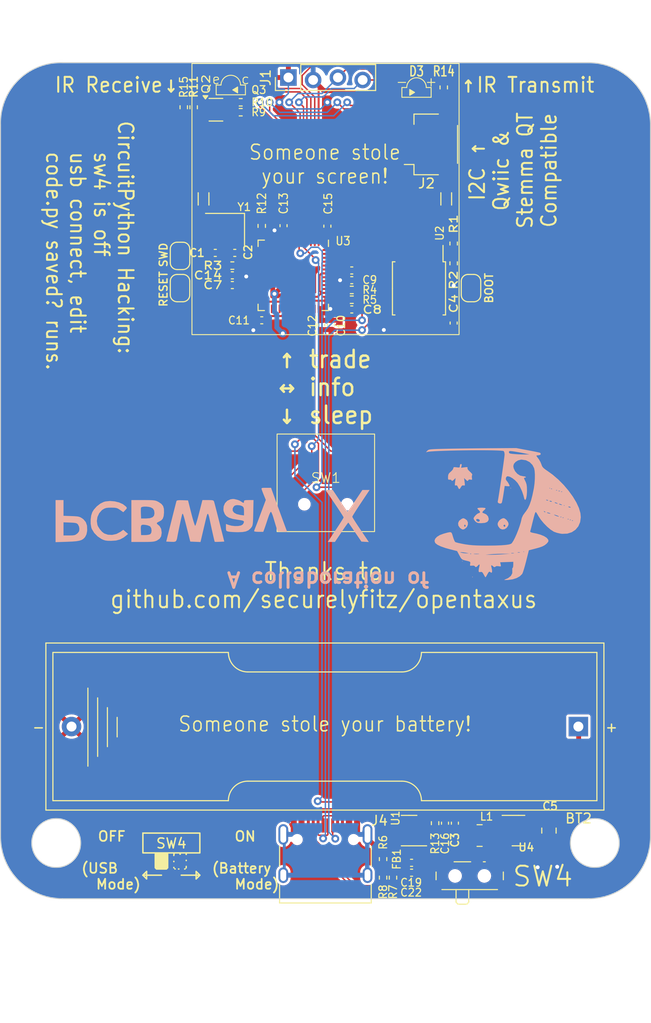
<source format=kicad_pcb>
(kicad_pcb (version 20240108) (generator "pcbnew") (generator_version "8.0")
  (title_block (title "Hack Canada Badge") (date "2024-06-12") (rev "3.0"))
  (layers (0 "F.Cu" signal) (31 "B.Cu" signal) (34 "B.Paste" user) (35 "F.Paste" user) (36 "B.SilkS" user "B.Silkscreen") (37 "F.SilkS" user "F.Silkscreen") (38 "B.Mask" user) (39 "F.Mask" user) (44 "Edge.Cuts" user))
  (net 0 "")
  (net 1 "GND")
  (net 2 "Net-(C1-Pad1)")
  (net 3 "/XIN")
  (net 4 "+3V3")
  (net 5 "+1V1")
  (net 6 "/VBUS")
  (net 7 "/GPIO0{slash}TX")
  (net 8 "/GPIO1{slash}RX")
  (net 9 "/SHIELD")
  (net 10 "/~{USB_BOOT}")
  (net 11 "Net-(J4-CC1)")
  (net 12 "/USB_D-")
  (net 13 "/USB_D+")
  (net 15 "Net-(J4-CC2)")
  (net 17 "Net-(U4-SW)")
  (net 18 "/QSPI_SS")
  (net 19 "/XOUT")
  (net 20 "Net-(U3-USB_DP)")
  (net 21 "Net-(U3-USB_DM)")
  (net 22 "/GPIO2{slash}SD")
  (net 23 "/GPIO3{slash}L")
  (net 24 "/GPIO28_ADC2{slash}D")
  (net 25 "/GPIO4{slash}R")
  (net 26 "/GPIO29_ADC3{slash}X")
  (net 27 "/QSPI_SD1")
  (net 28 "/QSPI_SD2")
  (net 29 "/QSPI_SD0")
  (net 30 "/QSPI_SCLK")
  (net 31 "/QSPI_SD3")
  (net 32 "/GPIO5")
  (net 33 "/GPIO6{slash}SDA")
  (net 34 "/GPIO7{slash}SCL")
  (net 35 "/GPIO8")
  (net 36 "+VSW")
  (net 37 "/GPIO13")
  (net 38 "/GPIO14")
  (net 39 "/GPIO15")
  (net 40 "/SWCLK")
  (net 41 "/SWD")
  (net 42 "/RUN")
  (net 43 "/GPIO16")
  (net 44 "/GPIO17")
  (net 45 "/GPIO18")
  (net 46 "/GPIO19")
  (net 47 "/GPIO20")
  (net 48 "/GPIO21")
  (net 49 "/GPIO22")
  (net 50 "/GPIO23")
  (net 51 "/GPIO24")
  (net 52 "/GPIO25")
  (net 53 "/VUSB")
  (net 54 "/GPIO27_ADC1{slash}U")
  (net 55 "Net-(Q2A-B1)")
  (net 57 "Net-(D1-DIN)")
  (net 58 "Net-(Q2A-C1)")
  (net 59 "Net-(D3-A)")
  (net 60 "/GPIO26_ADC0{slash}USB_DET")
  (net 61 "/GPIO11{slash}NEO_PWR")
  (net 62 "/GPIO12{slash}NEOPIX")
  (net 63 "/VBATT")
  (net 64 "/VREG")
  (net 65 "Net-(D1-DOUT)")
  (footprint "ir:IR12-21C-TR8" (layer "F.Cu") (at 68.072 28.448)
    (property "Reference" "D3")
    (property "Value" "IR12-21C/TR8" (hide yes))
  )
  (footprint "dpad:10x10x10x9-6P-WX" (layer "F.Cu") (at 58.77 68.48)
    (property "Reference" "SW1")
    (property "Value" "dpad")
  )
  (footprint "Capacitor_SMD:C_0402_1005Metric" (layer "F.Cu") (at 47.43 44.906 180)
    (property "Reference" "C1")
    (property "Value" "22p" (hide yes))
  )
  (footprint "Resistor_SMD:R_0402_1005Metric" (layer "F.Cu") (at 65.659 108.966 -90)
    (property "Reference" "R7")
    (property "Value" "5k1" (hide yes))
  )
  (footprint "Capacitor_SMD:C_0402_1005Metric" (layer "F.Cu") (at 52.197 51.816 180)
    (property "Reference" "C11")
    (property "Value" "100n" (hide yes))
  )
  (footprint "Resistor_SMD:R_0402_1005Metric" (layer "F.Cu") (at 71.882 45.974 90)
    (property "Reference" "R2")
    (property "Value" "DNP" (hide yes))
  )
  (footprint "Inductor_SMD:L_0402_1005Metric" (layer "F.Cu") (at 67.564 106.426 180)
    (property "Reference" "FB1")
    (property "Value" "600R" (hide yes))
  )
  (footprint "Battery:BatteryHolder_Keystone_2460_1xAA" (layer "F.Cu") (at 84.674 93.472 180)
    (property "Reference" "BT2")
    (property "Value" "AA")
  )
  (footprint "Resistor_SMD:R_0402_1005Metric" (layer "F.Cu") (at 44.196 29.972 -90)
    (property "Reference" "R15")
    (property "Value" "DNP" (hide yes))
  )
  (footprint "Connector_JST:JST_SH_SM04B-SRSS-TB_1x04-1MP_P1.00mm_Horizontal" (layer "F.Cu") (at 69.596 33.782 90)
    (property "Reference" "J2")
    (property "Value" "qwiic" (hide yes))
  )
  (footprint "ws2812b:LED_WS2812B_PLCC4_1.0x1.0mm" (layer "F.Cu") (at 46.228 39.37 -90)
    (property "Reference" "D1" (hide yes))
    (property "Value" "WS2812B" (hide yes))
  )
  (footprint "Resistor_SMD:R_0402_1005Metric" (layer "F.Cu") (at 61.43 48.706)
    (property "Reference" "R4")
    (property "Value" "27" (hide yes))
  )
  (footprint "Resistor_SMD:R_0402_1005Metric" (layer "F.Cu") (at 64.643 107.061 90)
    (property "Reference" "R6")
    (property "Value" "1M" (hide yes))
  )
  (footprint "Resistor_SMD:R_0402_1005Metric" (layer "F.Cu") (at 71.882 43.942 90)
    (property "Reference" "R1")
    (property "Value" "1k" (hide yes))
  )
  (footprint "Resistor_SMD:R_0402_1005Metric" (layer "F.Cu") (at 49.18 46.206 180)
    (property "Reference" "R3")
    (property "Value" "1k" (hide yes))
  )
  (footprint "Resistor_SMD:R_0402_1005Metric" (layer "F.Cu") (at 61.43 49.706 180)
    (property "Reference" "R5")
    (property "Value" "27" (hide yes))
  )
  (footprint "Capacitor_SMD:C_0402_1005Metric" (layer "F.Cu") (at 72.009 103.378 90)
    (property "Reference" "C3")
    (property "Value" "10u" (hide yes))
  )
  (footprint "Capacitor_SMD:C_0402_1005Metric" (layer "F.Cu") (at 67.564 107.442 180)
    (property "Reference" "C19")
    (property "Value" "100n" (hide yes))
  )
  (footprint "Resistor_SMD:R_0402_1005Metric" (layer "F.Cu") (at 50.038 29.464 180)
    (property "Reference" "R10")
    (property "Value" "200k" (hide yes))
  )
  (footprint "Package_TO_SOT_SMD:SOT-363_SC-70-6" (layer "F.Cu") (at 47.498 30.226)
    (property "Reference" "Q2")
    (property "Value" "BC847BS" (hide yes))
  )
  (footprint "Resistor_SMD:R_0402_1005Metric" (layer "F.Cu") (at 45.212 29.972 -90)
    (property "Reference" "R11")
    (property "Value" "1k" (hide yes))
  )
  (footprint "Button_Switch_SMD:SW_SPDT_PCM12" (layer "F.Cu") (at 73.5275 108.458)
    (property "Reference" "SW4")
    (property "Value" "SW_SPDT" (hide yes))
  )
  (footprint "Jumper:SolderJumper-2_P1.3mm_Open_RoundedPad1.0x1.5mm" (layer "F.Cu") (at 43.815 45.212 90)
    (property "Reference" "J3" (hide yes))
    (property "Value" "SWD")
  )
  (footprint "Package_DFN_QFN:QFN-56-1EP_7x7mm_P0.4mm_EP3.2x3.2mm" (layer "F.Cu") (at 55.43 47.206 -90)
    (property "Reference" "U3")
    (property "Value" "RP2040" (hide yes))
  )
  (footprint "ir:PT12-21B-TR8" (layer "F.Cu") (at 49.022 28.194)
    (property "Reference" "Q3")
    (property "Value" "PT12-21B/TR8" (hide yes))
  )
  (footprint "ws2812b:LED_WS2812B_PLCC4_1.0x1.0mm" (layer "F.Cu") (at 71.12 39.37 90)
    (property "Reference" "D2" (hide yes))
    (property "Value" "WS2812B" (hide yes))
  )
  (footprint "Capacitor_SMD:C_0402_1005Metric" (layer "F.Cu") (at 49.18 47.206 180)
    (property "Reference" "C14")
    (property "Value" "100n" (hide yes))
  )
  (footprint "Capacitor_SMD:C_0402_1005Metric" (layer "F.Cu") (at 61.43 47.706)
    (property "Reference" "C9")
    (property "Value" "100n" (hide yes))
  )
  (footprint "Capacitor_SMD:C_0402_1005Metric" (layer "F.Cu") (at 70.993 103.378 90)
    (property "Reference" "C16")
    (property "Value" "10u" (hide yes))
  )
  (footprint "usbc:USB_C_Receptacle_HRO_TYPE-C-31-M-12" (layer "F.Cu") (at 58.725 107.662)
    (property "Reference" "J4")
    (property "Value" "USB_C_Receptacle_USB2.0" (hide yes))
  )
  (footprint "Capacitor_SMD:C_0402_1005Metric" (layer "F.Cu") (at 49.43 44.906 180)
    (property "Reference" "C2")
    (property "Value" "22p" (hide yes))
  )
  (footprint "Resistor_SMD:R_0402_1005Metric" (layer "F.Cu") (at 52.197 42.1386 90)
    (property "Reference" "R12")
    (property "Value" "220" (hide yes))
  )
  (footprint "Resistor_SMD:R_0402_1005Metric" (layer "F.Cu") (at 64.643 108.964 90)
    (property "Reference" "R8")
    (property "Value" "5k1" (hide yes))
  )
  (footprint "Crystal:Crystal_SMD_3225-4Pin_3.2x2.5mm" (layer "F.Cu") (at 48.43 42.506 180)
    (property "Reference" "Y1")
    (property "Value" "YSX321SL" (hide yes))
  )
  (footprint "Connector_PinHeader_2.54mm:PinHeader_1x04_P2.54mm_Vertical" (layer "F.Cu") (at 58.7375 26.924)
    (property "Reference" "J1")
    (property "Value" "OLED")
  )
  (footprint "Package_TO_SOT_SMD:SOT-23" (layer "F.Cu") (at 78.529 104.14)
    (property "Reference" "U4")
    (property "Value" "XT1861B332MR-G" (hide yes))
  )
  (footprint "Package_TO_SOT_SMD:SOT-23-3" (layer "F.Cu") (at 67.31 104.14 180)
    (property "Reference" "U1")
    (property "Value" "HE6206-33NR" (hide yes))
  )
  (footprint "Capacitor_SMD:C_0402_1005Metric" (layer "F.Cu") (at 59.3 52.29 -90)
    (property "Reference" "C10")
    (property "Value" "10u" (hide yes))
  )
  (footprint "Capacitor_SMD:C_0402_1005Metric" (layer "F.Cu") (at 71.882 52.098 90)
    (property "Reference" "C4")
    (property "Value" "100n" (hide yes))
  )
  (footprint "Capacitor_SMD:C_0402_1005Metric" (layer "F.Cu") (at 54.4322 42.1158 90)
    (property "Reference" "C13")
    (property "Value" "100n" (hide yes))
  )
  (footprint "Capacitor_SMD:C_0402_1005Metric" (layer "F.Cu") (at 67.564 108.458 180)
    (property "Reference" "C22")
    (property "Value" "10u" (hide yes))
  )
  (footprint "Jumper:SolderJumper-2_P1.3mm_Open_RoundedPad1.0x1.5mm" (layer "F.Cu") (at 73.66 48.514 -90)
    (property "Reference" "SW2" (hide yes))
    (property "Value" "USB_BOOT" (hide yes))
  )
  (footprint "Resistor_SMD:R_0402_1005Metric" (layer "F.Cu") (at 69.977 103.378 -90)
    (property "Reference" "R13")
    (property "Value" "1k")
  )
  (footprint "Capacitor_SMD:C_0402_1005Metric" (layer "F.Cu") (at 49.18 48.206 180)
    (property "Reference" "C7")
    (property "Value" "100n" (hide yes))
  )
  (footprint "Package_SO:SOIC-8_5.23x5.23mm_P1.27mm" (layer "F.Cu") (at 68.326 48.542 -90)
    (property "Reference" "U2")
    (property "Value" "W25Q128JVS" (hide yes))
  )
  (footprint "Jumper:SolderJumper-2_P1.3mm_Open_RoundedPad1.0x1.5mm" (layer "F.Cu") (at 43.815 48.514 -90)
    (property "Reference" "SW3" (hide yes))
    (property "Value" "RESET")
  )
  (footprint "Capacitor_SMD:C_0805_2012Metric" (layer "F.Cu") (at 81.6555 104.14 90)
    (property "Reference" "C5")
    (property "Value" "47u" (hide yes))
  )
  (footprint "Capacitor_SMD:C_0402_1005Metric" (layer "F.Cu") (at 58.3 52.3 -90)
    (property "Reference" "C12")
    (property "Value" "100n" (hide yes))
  )
  (footprint "Resistor_SMD:R_0402_1005Metric" (layer "F.Cu") (at 50.038 30.48 180)
    (property "Reference" "R9")
    (property "Value" "200k" (hide yes))
  )
  (footprint "Inductor_SMD:L_1008_2520Metric" (layer "F.Cu") (at 74.5435 104.648)
    (property "Reference" "L1")
    (property "Value" "10u" (hide yes))
  )
  (footprint "Capacitor_SMD:C_0402_1005Metric" (layer "F.Cu") (at 61.43 46.706)
    (property "Reference" "C6" (hide yes))
    (property "Value" "100n" (hide yes))
  )
  (footprint "Capacitor_SMD:C_0402_1005Metric" (layer "F.Cu") (at 61.43 50.706)
    (property "Reference" "C8")
    (property "Value" "10u" (hide yes))
  )
  (footprint "Resistor_SMD:R_0402_1005Metric" (layer "F.Cu") (at 70.866 27.94 -90)
    (property "Reference" "R14")
    (property "Value" "220" (hide yes))
  )
  (footprint "Capacitor_SMD:C_0402_1005Metric" (layer "F.Cu") (at 58.928 42.164 90)
    (property "Reference" "C15")
    (property "Value" "100n" (hide yes))
  )
  (footprint "LOGO" (layer "B.Cu") (at 58.742605 70.841564)
    (property "Reference" "G***" (hide yes))
    (property "Value" "LOGO" (hide yes))
  )
  (gr_line (start 40.005 108.712) (end 40.386 109.093) (stroke (width 0.15)) (layer "F.SilkS"))
  (gr_poly (pts (xy 44.45 106.553) (xy 44.45 107.95) (xy 44.323 108.077) (xy 43.307 108.077) (xy 43.18 107.95) (xy 43.18 106.553)) (stroke (width 0.15) (type dot)) (fill none) (layer "F.SilkS"))
  (gr_line (start 40.386 108.331) (end 40.005 108.712) (stroke (width 0.15)) (layer "F.SilkS"))
  (gr_line (start 45.847 108.712) (end 45.466 108.331) (stroke (width 0.15)) (layer "F.SilkS"))
  (gr_rect (start 40.005 104.394) (end 45.847 106.426) (stroke (width 0.15)) (fill none) (layer "F.SilkS"))
  (gr_line (start 43.942 108.712) (end 45.847 108.712) (stroke (width 0.15)) (layer "F.SilkS"))
  (gr_line (start 45.466 109.093) (end 45.847 108.712) (stroke (width 0.15)) (layer "F.SilkS"))
  (gr_line (start 41.91 108.712) (end 40.005 108.712) (stroke (width 0.15)) (layer "F.SilkS"))
  (gr_line (start 40.386 109.093) (end 40.386 108.331) (stroke (width 0.15)) (layer "F.SilkS"))
  (gr_poly (pts (xy 42.545 106.553) (xy 42.545 107.95) (xy 42.418 108.077) (xy 41.402 108.077) (xy 41.275 107.95) (xy 41.275 106.553)) (stroke (width 0.15)) (fill solid) (layer "F.SilkS"))
  (gr_line (start 45.466 108.331) (end 45.466 109.093) (stroke (width 0.15)) (layer "F.SilkS"))
  (gr_line (start 40.005 108.712) (end 40.386 108.331) (stroke (width 0.15)) (layer "F.SilkS"))
  (gr_line (start 45.847 108.712) (end 45.466 109.093) (stroke (width 0.15)) (layer "F.SilkS"))
  (gr_line (start 85.725 25.4) (end 31.75 25.4) (stroke (width 0.1)) (layer "Edge.Cuts"))
  (gr_line (start 31.75 111.125) (end 85.725 111.125) (stroke (width 0.1)) (layer "Edge.Cuts"))
  (gr_arc (start 31.75 111.125) (mid 27.259872 109.265128) (end 25.4 104.775) (stroke (width 0.1)) (layer "Edge.Cuts"))
  (gr_circle (center 31.115 105.41) (end 33.6169 105.41) (stroke (width 0.1)) (fill none) (layer "Edge.Cuts"))
  (gr_line (start 92.075 104.775) (end 92.075 31.75) (stroke (width 0.1)) (layer "Edge.Cuts"))
  (gr_arc (start 92.075 104.775) (mid 90.215128 109.265128) (end 85.725 111.125) (stroke (width 0.1)) (layer "Edge.Cuts"))
  (gr_circle (center 86.36 105.41) (end 88.8619 105.41) (stroke (width 0.1)) (fill none) (layer "Edge.Cuts"))
  (gr_arc (start 25.4 31.75) (mid 27.205788 27.205788) (end 31.75 25.4) (stroke (width 0.1)) (layer "Edge.Cuts"))
  (gr_arc (start 85.725 25.4) (mid 90.215128 27.259872) (end 92.075 31.75) (stroke (width 0.1)) (layer "Edge.Cuts"))
  (gr_line (start 25.4 31.75) (end 25.4 104.775) (stroke (width 0.1)) (layer "Edge.Cuts"))
  (gr_text "A collaboration of" (at 59 77.5 180) (layer "B.SilkS") (effects (font (size 1.5 1.5) (thickness 0.3) (bold yes)) (justify bottom mirror)))
  (gr_text "IR Receive↓ " (at 44.958 27.686 0) (layer "F.SilkS") (effects (font (size 1.524 1.397) (thickness 0.2032)) (justify right)))
  (gr_text "Someone stole your battery!" (at 58.674 93.218 0) (layer "F.SilkS") (effects (font (size 1.524 1.397) (thickness 0.1524))))
  (gr_text "CircuitPython Hacking:\n   sw4 is off \n   usb connect, edit \n   code.py saved? runs." (at 34.544 31.242 270) (layer "F.SilkS") (effects (font (size 1.524 1.397) (thickness 0.2032)) (justify left)))
  (gr_text "Someone stole\nyour screen!" (at 58.674 35.814 0) (layer "F.SilkS") (effects (font (size 1.524 1.397) (thickness 0.1524))))
  (gr_text "SW4" (at 41.275 106.045 0) (layer "F.SilkS") (effects (font (size 1.016 1.016) (thickness 0.1524)) (justify left bottom)))
  (gr_text "↑IR Transmit" (at 72.39 27.686 0) (layer "F.SilkS") (effects (font (size 1.524 1.397) (thickness 0.2032)) (justify left)))
  (gr_text "BOOT" (at 75.51 48.52 90) (layer "F.SilkS") (effects (font (size 0.8 0.8))))
  (gr_text "I2C ↑\nQwiic &\nStemma QT\nCompatible" (at 77.978 36.449 90) (layer "F.SilkS") (effects (font (size 1.524 1.397) (thickness 0.2032))))
  (gr_text "Thanks to\ngithub.com/securelyfitz/opentaxus\n" (at 58.547 78.994 0) (layer "F.SilkS") (effects (font (size 1.778 1.651) (thickness 0.2032))))
  (gr_text "OFF  \n\n(USB   \n  Mode)" (at 39.878 104.14 0) (layer "F.SilkS") (effects (font (size 1.016 1.016) (thickness 0.1778) (bold yes)) (justify right top)))
  (gr_text "↑ trade\n↔ info\n↓ sleep" (at 53.594 58.674 0) (layer "F.SilkS") (effects (font (size 1.778 1.651) (thickness 0.254)) (justify left)))
  (gr_text "   ON\n\n(Battery\n   Mode)" (at 46.99 104.14 0) (layer "F.SilkS") (effects (font (size 1.016 1.016) (thickness 0.1778) (bold yes)) (justify left top)))
  (segment (start 51.493994 46.206) (end 50.193994 44.906) (width 0.15) (layer "F.Cu") (net 1))
  (segment (start 55.43 47.206) (end 54.18 48.456) (width 0.5) (layer "F.Cu") (net 1))
  (segment (start 52.491006 46.206) (end 53.491006 47.206) (width 0.15) (layer "F.Cu") (net 1))
  (segment (start 53.491006 47.206) (end 55.43 47.206) (width 0.15) (layer "F.Cu") (net 1))
  (segment (start 54.5846 46.3606) (end 55.43 47.206) (width 0.5) (layer "F.Cu") (net 1))
  (segment (start 55.78 32.70642) (end 55.78 40.288) (width 0.15) (layer "F.Cu") (net 1))
  (segment (start 51.9925 46.206) (end 51.493994 46.206) (width 0.15) (layer "F.Cu") (net 1))
  (segment (start 50.189999 44.906) (end 49.91 44.906) (width 0.2) (layer "F.Cu") (net 1))
  (segment (start 51.9925 46.206) (end 52.491006 46.206) (width 0.15) (layer "F.Cu") (net 1))
  (segment (start 55.43 47.206) (end 53.536 49.1) (width 0.5) (layer "F.Cu") (net 1))
  (segment (start 53.536 49.1) (end 53.5 49.1) (width 0.5) (layer "F.Cu") (net 1))
  (segment (start 55.78 40.288) (end 54.4322 41.6358) (width 0.15) (layer "F.Cu") (net 1))
  (segment (start 55.43 47.206) (end 56.68 47.206) (width 0.5) (layer "F.Cu") (net 1))
  (segment (start 54.007259 30.933679) (end 55.78 32.70642) (width 0.15) (layer "F.Cu") (net 1))
  (segment (start 54.007259 29.464) (end 54.007259 30.933679) (width 0.15) (layer "F.Cu") (net 1))
  (segment (start 50.193994 44.906) (end 49.91 44.906) (width 0.15) (layer "F.Cu") (net 1))
  (via (at 58.928 29.464) (size 0.8) (drill 0.4) (layers "F.Cu" "B.Cu") (net 1))
  (via (at 54.356 53.1622) (size 0.8) (drill 0.4) (layers "F.Cu" "B.Cu") (net 1))
  (via (at 53.5 49.1) (size 0.8) (drill 0.4) (layers "F.Cu" "B.Cu") (net 1))
  (via (at 54.007259 29.464) (size 0.8) (drill 0.4) (layers "F.Cu" "B.Cu") (net 1))
  (segment (start 53.7464 51.2064) (end 53.5 50.96) (width 0.5) (layer "B.Cu") (net 1))
  (segment (start 58.2468 30.1452) (end 54.688459 30.1452) (width 0.15) (layer "B.Cu") (net 1))
  (segment (start 54.688459 30.1452) (end 54.007259 29.464) (width 0.15) (layer "B.Cu") (net 1))
  (segment (start 53.7464 52.5526) (end 53.7464 51.2064) (width 0.5) (layer "B.Cu") (net 1))
  (segment (start 54.007259 29.464) (end 54.9275 28.543759) (width 0.15) (layer "B.Cu") (net 1))
  (segment (start 58.928 29.464) (end 58.2468 30.1452) (width 0.15) (layer "B.Cu") (net 1))
  (segment (start 54.9275 28.543759) (end 54.9275 26.924) (width 0.15) (layer "B.Cu") (net 1))
  (segment (start 54.356 53.1622) (end 53.7464 52.5526) (width 0.5) (layer "B.Cu") (net 1))
  (segment (start 53.5 50.96) (end 53.5 49.1) (width 0.5) (layer "B.Cu") (net 1))
  (segment (start 47.91 43.936) (end 47.33 43.356) (width 0.2) (layer "F.Cu") (net 2))
  (segment (start 47.91 45.446) (end 48.67 46.206) (width 0.2) (layer "F.Cu") (net 2))
  (segment (start 47.91 44.906) (end 47.91 43.936) (width 0.2) (layer "F.Cu") (net 2))
  (segment (start 47.91 44.906) (end 47.91 45.446) (width 0.2) (layer "F.Cu") (net 2))
  (segment (start 48.53 42.556) (end 49.43 41.656) (width 0.2) (layer "F.Cu") (net 3))
  (segment (start 49.43 41.656) (end 49.53 41.656) (width 0.2) (layer "F.Cu") (net 3))
  (segment (start 49.613704 45.569704) (end 50.362724 45.569704) (width 0.15) (layer "F.Cu") (net 3))
  (segment (start 48.95 44.906) (end 49.613704 45.569704) (width 0.15) (layer "F.Cu") (net 3))
  (segment (start 51.39902 46.606) (end 51.9925 46.606) (width 0.15) (layer "F.Cu") (net 3))
  (segment (start 50.362724 45.569704) (end 51.39902 46.606) (width 0.15) (layer "F.Cu") (net 3))
  (segment (start 48.53 44.486) (end 48.53 42.556) (width 0.2) (layer "F.Cu") (net 3))
  (segment (start 48.95 44.906) (end 48.53 44.486) (width 0.2) (layer "F.Cu") (net 3))
  (segment (start 64.7192 52.8066) (end 64.7192 53.082832) (width 0.5) (layer "F.Cu") (net 4))
  (segment (start 57.4675 27.178) (end 58.03 27.7405) (width 0.2) (layer "F.Cu") (net 4))
  (segment (start 58.8675 50.611) (end 58.8675 49.556) (width 0.5) (layer "F.Cu") (net 4))
  (segment (start 59.93 47.406) (end 60.23 47.706) (width 0.2) (layer "F.Cu") (net 4))
  (segment (start 58.8675 47.806) (end 60.13 47.806) (width 0.2) (layer "F.Cu") (net 4))
  (segment (start 54.43 50.10964) (end 54.73364 49.806) (width 0.2) (layer "F.Cu") (net 4))
  (segment (start 60.13 47.806) (end 60.23 47.706) (width 0.2) (layer "F.Cu") (net 4))
  (segment (start 51.849266 52.832) (end 52.677 52.004266) (width 0.5) (layer "F.Cu") (net 4))
  (segment (start 58.18 50.611) (end 58.8675 50.611) (width 0.5) (layer "F.Cu") (net 4))
  (segment (start 58.03 50.6435) (end 58.03 49.806) (width 0.2) (layer "F.Cu") (net 4))
  (segment (start 66.021 33.334684) (end 66.021 30.297945) (width 0.5) (layer "F.Cu") (net 4))
  (segment (start 50.686521 47.406) (end 50.605206 47.324685) (width 0.2) (layer "F.Cu") (net 4))
  (segment (start 70.231 52.524684) (end 70.231 52.142) (width 0.5) (layer "F.Cu") (net 4))
  (segment (start 58.03 49.806) (end 58.8675 49.806) (width 0.2) (layer "F.Cu") (net 4))
  (segment (start 58.8675 49.406) (end 58.8675 49.806) (width 0.2) (layer "F.Cu") (net 4))
  (segment (start 58.3 51.82) (end 58.3 50.7635) (width 0.5) (layer "F.Cu") (net 4))
  (segment (start 54.22636 51.381) (end 53.112 51.381) (width 0.2) (layer "F.Cu") (net 4))
  (segment (start 58.928 42.644) (end 58.928 42.8705) (width 0.15) (layer "F.Cu") (net 4))
  (segment (start 70.667 52.578) (end 70.231 52.142) (width 0.5) (layer "F.Cu") (net 4))
  (segment (start 54.43 51.17736) (end 54.22636 51.381) (width 0.2) (layer "F.Cu") (net 4))
  (segment (start 71.9 46.502) (end 71.882 46.484) (width 0.5) (layer "F.Cu") (net 4))
  (segment (start 66.968316 34.282) (end 66.021 33.334684) (width 0.5) (layer "F.Cu") (net 4))
  (segment (start 53.112 51.381) (end 52.677 51.816) (width 0.2) (layer "F.Cu") (net 4))
  (segment (start 51.3334 52.832) (end 51.849266 52.832) (width 0.5) (layer "F.Cu") (net 4))
  (segment (start 58.928 42.8705) (end 58.03 43.7685) (width 0.15) (layer "F.Cu") (net 4))
  (segment (start 60.23 47.706) (end 60.95 47.706) (width 0.2) (layer "F.Cu") (net 4))
  (segment (start 68.663684 54.092) (end 70.231 52.524684) (width 0.5) (layer "F.Cu") (net 4))
  (segment (start 60.708422 28.478) (end 60.500622 28.2702) (width 0.5) (layer "F.Cu") (net 4))
  (segment (start 54.43 50.6435) (end 54.43 51.17736) (width 0.2) (layer "F.Cu") (net 4))
  (segment (start 58.3 50.7635) (end 58.18 50.6435) (width 0.5) (layer "F.Cu") (net 4))
  (segment (start 51.9925 47.406) (end 50.686521 47.406) (width 0.2) (layer "F.Cu") (net 4))
  (segment (start 58.8675 47.406) (end 59.93 47.406) (width 0.2) (layer "F.Cu") (net 4))
  (segment (start 64.7192 53.082832) (end 65.728368 54.092) (width 0.5) (layer "F.Cu") (net 4))
  (segment (start 58.5597 28.2702) (end 57.4675 27.178) (width 0.5) (layer "F.Cu") (net 4))
  (segment (start 67.596 34.282) (end 66.968316 34.282) (width 0.5) (layer "F.Cu") (net 4))
  (segment (start 58.03 27.7405) (end 58.03 43.7685) (width 0.2) (layer "F.Cu") (net 4))
  (segment (start 71.882 46.484) (end 71.882 48.26) (width 0.5) (layer "F.Cu") (net 4))
  (segment (start 58.18 50.611) (end 58.18 50.6435) (width 0.5) (layer "F.Cu") (net 4))
  (segment (start 50.486521 47.206) (end 50.605206 47.324685) (width 0.5) (layer "F.Cu") (net 4))
  (segment (start 64.201055 28.478) (end 60.708422 28.478) (width 0.5) (layer "F.Cu") (net 4))
  (segment (start 71.882 52.578) (end 70.667 52.578) (width 0.5) (layer "F.Cu") (net 4))
  (segment (start 60.500622 28.2702) (end 58.5597 28.2702) (width 0.5) (layer "F.Cu") (net 4))
  (segment (start 52.677 52.004266) (end 52.677 51.816) (width 0.5) (layer "F.Cu") (net 4))
  (segment (start 54.43 50.6435) (end 54.43 50.10964) (width 0.2) (layer "F.Cu") (net 4))
  (segment (start 54.43 42.598) (end 54.43 43.7685) (width 0.2) (layer "F.Cu") (net 4))
  (segment (start 54.4322 42.5958) (end 54.43 42.598) (width 0.2) (layer "F.Cu") (net 4))
  (segment (start 65.728368 54.092) (end 68.663684 54.092) (width 0.5) (layer "F.Cu") (net 4))
  (segment (start 66.021 30.297945) (end 64.201055 28.478) (width 0.5) (layer "F.Cu") (net 4))
  (segment (start 54.73364 49.806) (end 58.03 49.806) (width 0.2) (layer "F.Cu") (net 4))
  (segment (start 49.66 47.206) (end 50.486521 47.206) (width 0.5) (layer "F.Cu") (net 4))
  (segment (start 54.4322 42.5958) (end 53.505 42.5958) (width 0.2) (layer "F.Cu") (net 4))
  (via (at 64.7192 52.8066) (size 0.8) (drill 0.4) (layers "F.Cu" "B.Cu") (net 4))
  (via (at 59.2328 50.6476) (size 0.8) (drill 0.4) (layers "F.Cu" "B.Cu") (net 4))
  (via (at 51.3334 52.832) (size 0.8) (drill 0.4) (layers "F.Cu" "B.Cu") (net 4))
  (via (at 82.5 107.85) (size 0.8) (drill 0.4) (layers "F.Cu" "B.Cu") (net 4))
  (via (at 60.23 47.706) (size 0.8) (drill 0.4) (layers "F.Cu" "B.Cu") (net 4))
  (via (at 80.5 107.9) (size 0.8) (drill 0.4) (layers "F.Cu" "B.Cu") (net 4))
  (via (at 53.505 42.5958) (size 0.8) (drill 0.4) (layers "F.Cu" "B.Cu") (net 4))
  (via (at 50.605206 47.324685) (size 0.8) (drill 0.4) (layers "F.Cu" "B.Cu") (net 4))
  (via (at 71.882 48.26) (size 0.8) (drill 0.4) (layers "F.Cu" "B.Cu") (net 4))
  (segment (start 52.73 48.00964) (end 52.73 49.83) (width 0.2) (layer "F.Cu") (net 5))
  (segment (start 58.13 47.211025) (end 58.13 48.800975) (width 0.2) (layer "F.Cu") (net 5))
  (segment (start 57.935025 49.406) (end 58.335025 49.006) (width 0.2) (layer "F.Cu") (net 5))
  (segment (start 52.73 49.83) (end 52.806 49.906) (width 0.2) (layer "F.Cu") (net 5))
  (segment (start 51.9925 47.806) (end 52.52636 47.806) (width 0.2) (layer "F.Cu") (net 5))
  (segment (start 58.335025 47.006) (end 58.13 47.211025) (width 0.2) (layer "F.Cu") (net 5))
  (segment (start 54.067954 49.906) (end 54.567955 49.406) (width 0.2) (layer "F.Cu") (net 5))
  (segment (start 54.567955 49.406) (end 57.935025 49.406) (width 0.2) (layer "F.Cu") (net 5))
  (segment (start 50.771661 48.206) (end 49.66 48.206) (width 0.2) (layer "F.Cu") (net 5))
  (segment (start 52.52636 47.806) (end 52.73 48.00964) (width 0.2) (layer "F.Cu") (net 5))
  (segment (start 52.806 49.906) (end 54.067954 49.906) (width 0.2) (layer "F.Cu") (net 5))
  (segment (start 51.9925 47.806) (end 51.171661 47.806) (width 0.2) (layer "F.Cu") (net 5))
  (segment (start 60.35 49.956025) (end 60.35 50.106) (width 0.2) (layer "F.Cu") (net 5))
  (segment (start 58.8675 47.006) (end 60.65 47.006) (width 0.2) (layer "F.Cu") (net 5))
  (segment (start 59.399975 49.006) (end 60.35 49.956025) (width 0.2) (layer "F.Cu") (net 5))
  (segment (start 58.8675 49.006) (end 59.399975 49.006) (width 0.2) (layer "F.Cu") (net 5))
  (segment (start 58.335025 49.006) (end 58.8675 49.006) (width 0.2) (layer "F.Cu") (net 5))
  (segment (start 58.8675 47.006) (end 58.335025 47.006) (width 0.2) (layer "F.Cu") (net 5))
  (segment (start 51.171661 47.806) (end 50.771661 48.206) (width 0.2) (layer "F.Cu") (net 5))
  (segment (start 60.65 47.006) (end 60.95 46.706) (width 0.2) (layer "F.Cu") (net 5))
  (segment (start 58.13 48.800975) (end 58.335025 49.006) (width 0.2) (layer "F.Cu") (net 5))
  (segment (start 60.35 50.106) (end 60.95 50.706) (width 0.2) (layer "F.Cu") (net 5))
  (segment (start 65.06 103.287) (end 65.06 104.542684) (width 0.5) (layer "F.Cu") (net 6))
  (segment (start 61.175 103.617) (end 61.175 102.492) (width 0.5) (layer "F.Cu") (net 6))
  (segment (start 65.06 104.542684) (end 66.943316 106.426) (width 0.5) (layer "F.Cu") (net 6))
  (segment (start 56.275 102.392) (end 56.275 103.617) (width 0.5) (layer "F.Cu") (net 6))
  (segment (start 63.5 101.727) (end 65.06 103.287) (width 0.5) (layer "F.Cu") (net 6))
  (segment (start 56.275 103.397) (end 56.475 103.597) (width 0.3) (layer "F.Cu") (net 6))
  (segment (start 61.94 101.727) (end 63.5 101.727) (width 0.5) (layer "F.Cu") (net 6))
  (segment (start 61.075 103.617) (end 61.075 102.442) (width 0.5) (layer "F.Cu") (net 6))
  (segment (start 61.075 102.442) (end 60.725 102.092) (width 0.5) (layer "F.Cu") (net 6))
  (segment (start 66.943316 106.426) (end 66.9465 106.426) (width 0.5) (layer "F.Cu") (net 6))
  (segment (start 61.175 102.492) (end 61.94 101.727) (width 0.5) (layer "F.Cu") (net 6))
  (segment (start 56.575 102.092) (end 56.275 102.392) (width 0.5) (layer "F.Cu") (net 6))
  (segment (start 60.725 102.092) (end 56.575 102.092) (width 0.5) (layer "F.Cu") (net 6))
  (segment (start 56.3425 26.712009) (end 57.351509 25.703) (width 0.15) (layer "F.Cu") (net 7))
  (segment (start 57.351509 25.703) (end 69.139 25.703) (width 0.15) (layer "F.Cu") (net 7))
  (segment (start 69.139 25.703) (end 70.866 27.43) (width 0.15) (layer "F.Cu") (net 7))
  (segment (start 57.63 28.931491) (end 56.3425 27.643991) (width 0.15) (layer "F.Cu") (net 7))
  (segment (start 56.3425 27.643991) (end 56.3425 26.712009) (width 0.15) (layer "F.Cu") (net 7))
  (segment (start 57.63 43.7685) (end 57.63 28.931491) (width 0.15) (layer "F.Cu") (net 7))
  (segment (start 57.23 43.7685) (end 57.23 29.026465) (width 0.15) (layer "F.Cu") (net 8))
  (segment (start 48.044188 29.051) (end 49.115 29.051) (width 0.25) (layer "F.Cu") (net 8))
  (segment (start 56.252535 28.049) (end 51.78039 28.049) (width 0.15) (layer "F.Cu") (net 8))
  (segment (start 51.15039 27.419) (end 49.94761 27.419) (width 0.15) (layer "F.Cu") (net 8))
  (segment (start 49.115 29.051) (end 49.528 29.464) (width 0.25) (layer "F.Cu") (net 8))
  (segment (start 51.78039 28.049) (end 51.15039 27.419) (width 0.15) (layer "F.Cu") (net 8))
  (segment (start 47.426812 30.876) (end 47.798 30.504812) (width 0.25) (layer "F.Cu") (net 8))
  (segment (start 57.23 29.026465) (end 56.252535 28.049) (width 0.15) (layer "F.Cu") (net 8))
  (segment (start 49.528 27.83861) (end 49.528 29.464) (width 0.15) (layer "F.Cu") (net 8))
  (segment (start 47.798 30.504812) (end 47.798 29.297188) (width 0.25) (layer "F.Cu") (net 8))
  (segment (start 46.548 30.876) (end 47.426812 30.876) (width 0.25) (layer "F.Cu") (net 8))
  (segment (start 49.94761 27.419) (end 49.528 27.83861) (width 0.15) (layer "F.Cu") (net 8))
  (segment (start 47.798 29.297188) (end 48.044188 29.051) (width 0.25) (layer "F.Cu") (net 8))
  (segment (start 63.025 104.292) (end 63.045 104.312) (width 0.5) (layer "F.Cu") (net 9))
  (segment (start 63.045 104.532) (end 63.045 104.953) (width 0.5) (layer "F.Cu") (net 9))
  (segment (start 63.045 104.953) (end 64.643 106.551) (width 0.5) (layer "F.Cu") (net 9))
  (segment (start 54.7 104.237) (end 54.405 104.532) (width 0.5) (layer "B.Cu") (net 9))
  (segment (start 63.045 104.532) (end 62.75 104.237) (width 0.5) (layer "B.Cu") (net 9))
  (segment (start 72.477 46.681) (end 73.66 47.864) (width 0.15) (layer "F.Cu") (net 10))
  (segment (start 72.477 44.027) (end 72.477 46.681) (width 0.15) (layer "F.Cu") (net 10))
  (segment (start 71.882 43.432) (end 72.477 44.027) (width 0.15) (layer "F.Cu") (net 10))
  (segment (start 64.998 110.137) (end 65.659 109.476) (width 0.15) (layer "F.Cu") (net 11))
  (segment (start 61.636026 110.137) (end 64.998 110.137) (width 0.15) (layer "F.Cu") (net 11))
  (segment (start 60.125 108.625974) (end 61.636026 110.137) (width 0.15) (layer "F.Cu") (net 11))
  (segment (start 60.125 107.531597) (end 60.125 108.625974) (width 0.15) (layer "F.Cu") (net 11))
  (segment (start 57.475 103.617) (end 57.475 104.881597) (width 0.15) (layer "F.Cu") (net 11))
  (segment (start 57.475 104.881597) (end 60.125 107.531597) (width 0.15) (layer "F.Cu") (net 11))
  (segment (start 58.975 104.542) (end 58.9 104.617) (width 0.15) (layer "F.Cu") (net 12))
  (segment (start 58.05 104.617) (end 57.975 104.542) (width 0.15) (layer "F.Cu") (net 12))
  (segment (start 58.49 104.617) (end 58.05 104.617) (width 0.15) (layer "F.Cu") (net 12))
  (segment (start 58.9 104.617) (end 58.49 104.617) (width 0.15) (layer "F.Cu") (net 12))
  (segment (start 57.975 104.542) (end 57.975 103.617) (width 0.15) (layer "F.Cu") (net 12))
  (segment (start 58.49 104.617) (end 58.49 104.942002) (width 0.15) (layer "F.Cu") (net 12))
  (segment (start 62.484 50.25) (end 61.94 49.706) (width 0.15) (layer "F.Cu") (net 12))
  (segment (start 58.975 103.617) (end 58.975 104.542) (width 0.15) (layer "F.Cu") (net 12))
  (segment (start 62.484 51.816) (end 62.484 50.25) (width 0.15) (layer "F.Cu") (net 12))
  (via (at 62.484 51.816) (size 0.8) (drill 0.4) (layers "F.Cu" "B.Cu") (net 12))
  (via (at 58.49 104.942002) (size 0.8) (drill 0.4) (layers "F.Cu" "B.Cu") (net 12))
  (segment (start 62.484 51.816) (end 59.69 51.816) (width 0.15) (layer "B.Cu") (net 12))
  (segment (start 59.69 51.816) (end 58.7248 52.7812) (width 0.15) (layer "B.Cu") (net 12))
  (segment (start 58.7248 52.7812) (end 58.7248 104.707202) (width 0.15) (layer "B.Cu") (net 12))
  (segment (start 58.7248 104.707202) (end 58.49 104.942002) (width 0.15) (layer "B.Cu") (net 12))
  (segment (start 58.475 102.692) (end 58.55 102.617) (width 0.15) (layer "F.Cu") (net 13))
  (segment (start 58.475 103.617) (end 58.475 102.692) (width 0.15) (layer "F.Cu") (net 13))
  (segment (start 58.55 102.617) (end 59.4 102.617) (width 0.15) (layer "F.Cu") (net 13))
  (segment (start 62.050531 48.816531) (end 61.94 48.706) (width 0.3) (layer "F.Cu") (net 13))
  (segment (start 63.159 52.141003) (end 63.159 49.925) (width 0.15) (layer "F.Cu") (net 13))
  (segment (start 59.475 104.705) (end 59.74 104.97) (width 0.15) (layer "F.Cu") (net 13))
  (segment (start 63.159 49.925) (end 61.94 48.706) (width 0.15) (layer "F.Cu") (net 13))
  (segment (start 59.4 102.617) (end 59.475 102.692) (width 0.15) (layer "F.Cu") (net 13))
  (segment (start 59.475 102.692) (end 59.475 103.617) (width 0.15) (layer "F.Cu") (net 13))
  (segment (start 59.475 103.617) (end 59.475 104.705) (width 0.15) (layer "F.Cu") (net 13))
  (segment (start 62.484 52.816003) (end 63.159 52.141003) (width 0.15) (layer "F.Cu") (net 13))
  (via (at 62.484 52.816003) (size 0.8) (drill 0.4) (layers "F.Cu" "B.Cu") (net 13))
  (via (at 59.74 104.97) (size 0.8) (drill 0.4) (layers "F.Cu" "B.Cu") (net 13))
  (segment (start 59.69 52.832) (end 59.0748 53.4472) (width 0.15) (layer "B.Cu") (net 13))
  (segment (start 62.484 52.816003) (end 62.468003 52.832) (width 0.15) (layer "B.Cu") (net 13))
  (segment (start 62.468003 52.832) (end 59.69 52.832) (width 0.15) (layer "B.Cu") (net 13))
  (segment (start 59.0748 104.3048) (end 59.74 104.97) (width 0.15) (layer "B.Cu") (net 13))
  (segment (start 59.0748 53.4472) (end 59.0748 104.3048) (width 0.15) (layer "B.Cu") (net 13))
  (segment (start 64.33 109.787) (end 64.643 109.474) (width 0.15) (layer "F.Cu") (net 15))
  (segment (start 60.475 103.617) (end 60.475 108.481) (width 0.15) (layer "F.Cu") (net 15))
  (segment (start 60.475 108.481) (end 61.781 109.787) (width 0.15) (layer "F.Cu") (net 15))
  (segment (start 61.781 109.787) (end 64.33 109.787) (width 0.15) (layer "F.Cu") (net 15))
  (segment (start 77.5915 105.09) (end 76.0605 105.09) (width 0.5) (layer "F.Cu") (net 17))
  (segment (start 76.0605 105.09) (end 75.6185 104.648) (width 0.5) (layer "F.Cu") (net 17))
  (segment (start 70.231 44.942) (end 71.36 44.942) (width 0.5) (layer "F.Cu") (net 18))
  (segment (start 64.596856 44.371) (end 65.800856 43.167) (width 0.15) (layer "F.Cu") (net 18))
  (segment (start 71.392 44.942) (end 71.882 44.452) (width 0.5) (layer "F.Cu") (net 18))
  (segment (start 59.909347 44.371) (end 64.596856 44.371) (width 0.15) (layer "F.Cu") (net 18))
  (segment (start 71.36 44.942) (end 71.882 45.464) (width 0.5) (layer "F.Cu") (net 18))
  (segment (start 65.800856 43.167) (end 69.255999 43.167) (width 0.15) (layer "F.Cu") (net 18))
  (segment (start 59.674347 44.606) (end 59.909347 44.371) (width 0.15) (layer "F.Cu") (net 18))
  (segment (start 70.231 44.142001) (end 70.231 44.942) (width 0.15) (layer "F.Cu") (net 18))
  (segment (start 69.255999 43.167) (end 70.231 44.142001) (width 0.15) (layer "F.Cu") (net 18))
  (segment (start 70.231 44.942) (end 71.392 44.942) (width 0.5) (layer "F.Cu") (net 18))
  (segment (start 58.8675 44.606) (end 59.674347 44.606) (width 0.15) (layer "F.Cu") (net 18))
  (segment (start 50.504046 46.206) (end 49.69 46.206) (width 0.15) (layer "F.Cu") (net 19))
  (segment (start 51.9925 47.006) (end 51.304046 47.006) (width 0.15) (layer "F.Cu") (net 19))
  (segment (start 51.304046 47.006) (end 50.504046 46.206) (width 0.15) (layer "F.Cu") (net 19))
  (segment (start 60.24005 48.706) (end 60.92 48.706) (width 0.2) (layer "F.Cu") (net 20))
  (segment (start 59.74005 48.206) (end 60.24005 48.706) (width 0.2) (layer "F.Cu") (net 20))
  (segment (start 58.8675 48.206) (end 59.74005 48.206) (width 0.2) (layer "F.Cu") (net 20))
  (segment (start 60.665661 49.706) (end 60.92 49.706) (width 0.2) (layer "F.Cu") (net 21))
  (segment (start 58.8675 48.606) (end 59.565661 48.606) (width 0.2) (layer "F.Cu") (net 21))
  (segment (start 59.565661 48.606) (end 60.665661 49.706) (width 0.2) (layer "F.Cu") (net 21))
  (segment (start 50.548 29.464) (end 50.548 28.45) (width 0.25) (layer "F.Cu") (net 22))
  (segment (start 50.548 28.45) (end 50.292 28.194) (width 0.25) (layer "F.Cu") (net 22))
  (segment (start 56.107561 28.399) (end 50.627 28.399) (width 0.15) (layer "F.Cu") (net 22))
  (segment (start 56.83 43.7685) (end 56.83 29.121439) (width 0.15) (layer "F.Cu") (net 22))
  (segment (start 50.292 28.194) (end 50.292 28.574) (width 0.25) (layer "F.Cu") (net 22))
  (segment (start 50.548 29.464) (end 50.548 30.48) (width 0.25) (layer "F.Cu") (net 22))
  (segment (start 56.83 29.121439) (end 56.107561 28.399) (width 0.15) (layer "F.Cu") (net 22))
  (segment (start 50.627 28.399) (end 50.422 28.194) (width 0.15) (layer "F.Cu") (net 22))
  (segment (start 57.725 45.644867) (end 57.725 45.562006) (width 0.15) (layer "F.Cu") (net 23))
  (segment (start 53.987702 68.93) (end 52.82 68.93) (width 0.15) (layer "F.Cu") (net 23))
  (segment (start 56.43 44.267006) (end 56.43 43.7685) (width 0.15) (layer "F.Cu") (net 23))
  (segment (start 57.326328 64.719497) (end 57.326328 65.591374) (width 0.15) (layer "F.Cu") (net 23))
  (segment (start 57.326328 65.591374) (end 53.987702 68.93) (width 0.15) (layer "F.Cu") (net 23))
  (segment (start 57.725 45.562006) (end 56.43 44.267006) (width 0.15) (layer "F.Cu") (net 23))
  (via (at 57.725 45.644867) (size 0.8) (drill 0.4) (layers "F.Cu" "B.Cu") (net 23))
  (via (at 57.326328 64.719497) (size 0.8) (drill 0.4) (layers "F.Cu" "B.Cu") (net 23))
  (segment (start 58.0248 45.944667) (end 57.725 45.644867) (width 0.15) (layer "B.Cu") (net 23))
  (segment (start 58.0248 64.021025) (end 58.0248 45.944667) (width 0.15) (layer "B.Cu") (net 23))
  (segment (start 57.326328 64.719497) (end 58.0248 64.021025) (width 0.15) (layer "B.Cu") (net 23))
  (segment (start 57.23 50.6435) (end 57.23 63.668574) (width 0.15) (layer "F.Cu") (net 24))
  (segment (start 58.0136 64.452174) (end 58.0136 67.7926) (width 0.15) (layer "F.Cu") (net 24))
  (segment (start 57.5456 68.2606) (end 57.535405 68.2606) (width 0.15) (layer "F.Cu") (net 24))
  (segment (start 58.0136 67.7926) (end 57.5456 68.2606) (width 0.15) (layer "F.Cu") (net 24))
  (segment (start 57.535405 68.2606) (end 54.066005 71.73) (width 0.15) (layer "F.Cu") (net 24))
  (segment (start 54.066005 71.73) (end 52.82 71.73) (width 0.15) (layer "F.Cu") (net 24))
  (segment (start 57.23 63.668574) (end 58.0136 64.452174) (width 0.15) (layer "F.Cu") (net 24))
  (segment (start 57.815 68.9356) (end 57.8206 68.93) (width 0.15) (layer "F.Cu") (net 25))
  (segment (start 57.8206 68.93) (end 64.72 68.93) (width 0.15) (layer "F.Cu") (net 25))
  (segment (start 56.03 44.821602) (end 56.03 43.7685) (width 0.15) (layer "F.Cu") (net 25))
  (segment (start 56.150199 44.941801) (end 56.03 44.821602) (width 0.15) (layer "F.Cu") (net 25))
  (via (at 57.815 68.9356) (size 0.8) (drill 0.4) (layers "F.Cu" "B.Cu") (net 25))
  (via (at 56.150199 44.941801) (size 0.8) (drill 0.4) (layers "F.Cu" "B.Cu") (net 25))
  (segment (start 57.275 44.325) (end 57.979595 44.325) (width 0.15) (layer "B.Cu") (net 25))
  (segment (start 58.4 44.745405) (end 58.4 45.924462) (width 0.15) (layer "B.Cu") (net 25))
  (segment (start 56.658199 44.941801) (end 57.275 44.325) (width 0.15) (layer "B.Cu") (net 25))
  (segment (start 58.4 45.924462) (end 58.3748 45.949662) (width 0.15) (layer "B.Cu") (net 25))
  (segment (start 57.979595 44.325) (end 58.4 44.745405) (width 0.15) (layer "B.Cu") (net 25))
  (segment (start 58.3748 45.949662) (end 58.3748 68.3758) (width 0.15) (layer "B.Cu") (net 25))
  (segment (start 56.150199 44.941801) (end 56.658199 44.941801) (width 0.15) (layer "B.Cu") (net 25))
  (segment (start 58.3748 68.3758) (end 57.815 68.9356) (width 0.15) (layer "B.Cu") (net 25))
  (segment (start 57.63 63.5736) (end 59.2864 65.23) (width 0.15) (layer "F.Cu") (net 26))
  (segment (start 57.63 50.6435) (end 57.63 63.5736) (width 0.15) (layer "F.Cu") (net 26))
  (segment (start 59.2864 65.23) (end 64.72 65.23) (width 0.15) (layer "F.Cu") (net 26))
  (segment (start 58.8675 45.006) (end 58.8925 44.981) (width 0.15) (layer "F.Cu") (net 27))
  (segment (start 68.407 43.517) (end 68.961 44.071) (width 0.15) (layer "F.Cu") (net 27))
  (segment (start 68.961 44.071) (end 68.961 44.942) (width 0.15) (layer "F.Cu") (net 27))
  (segment (start 58.8925 44.981) (end 59.794321 44.981) (width 0.15) (layer "F.Cu") (net 27))
  (segment (start 60.054321 44.721) (end 64.74183 44.721) (width 0.15) (layer "F.Cu") (net 27))
  (segment (start 64.74183 44.721) (end 65.94583 43.517) (width 0.15) (layer "F.Cu") (net 27))
  (segment (start 65.94583 43.517) (end 68.407 43.517) (width 0.15) (layer "F.Cu") (net 27))
  (segment (start 59.794321 44.981) (end 60.054321 44.721) (width 0.15) (layer "F.Cu") (net 27))
  (segment (start 59.864297 45.406) (end 60.199296 45.071) (width 0.15) (layer "F.Cu") (net 28))
  (segment (start 66.090804 43.867) (end 67.415999 43.867) (width 0.15) (layer "F.Cu") (net 28))
  (segment (start 67.691 44.142001) (end 67.691 44.942) (width 0.15) (layer "F.Cu") (net 28))
  (segment (start 58.8675 45.406) (end 59.864297 45.406) (width 0.15) (layer "F.Cu") (net 28))
  (segment (start 60.199296 45.071) (end 64.886804 45.071) (width 0.15) (layer "F.Cu") (net 28))
  (segment (start 67.415999 43.867) (end 67.691 44.142001) (width 0.15) (layer "F.Cu") (net 28))
  (segment (start 64.886804 45.071) (end 66.090804 43.867) (width 0.15) (layer "F.Cu") (net 28))
  (segment (start 60.344271 45.421) (end 63.963 45.421) (width 0.15) (layer "F.Cu") (net 29))
  (segment (start 66.421 47.879) (end 66.421 52.142) (width 0.15) (layer "F.Cu") (net 29))
  (segment (start 58.8675 45.806) (end 59.959272 45.806) (width 0.15) (layer "F.Cu") (net 29))
  (segment (start 59.959272 45.806) (end 60.344271 45.421) (width 0.15) (layer "F.Cu") (net 29))
  (segment (start 63.963 45.421) (end 66.421 47.879) (width 0.15) (layer "F.Cu") (net 29))
  (segment (start 60.489246 45.771) (end 60.054246 46.206) (width 0.15) (layer "F.Cu") (net 30))
  (segment (start 60.054246 46.206) (end 58.8675 46.206) (width 0.15) (layer "F.Cu") (net 30))
  (segment (start 67.691 52.277196) (end 66.751196 53.217) (width 0.15) (layer "F.Cu") (net 30))
  (segment (start 63.818026 45.771) (end 60.489246 45.771) (width 0.15) (layer "F.Cu") (net 30))
  (segment (start 65.846 52.972196) (end 65.846 47.798974) (width 0.15) (layer "F.Cu") (net 30))
  (segment (start 67.691 52.142) (end 67.691 52.277196) (width 0.15) (layer "F.Cu") (net 30))
  (segment (start 66.751196 53.217) (end 66.090804 53.217) (width 0.15) (layer "F.Cu") (net 30))
  (segment (start 65.846 47.798974) (end 63.818026 45.771) (width 0.15) (layer "F.Cu") (net 30))
  (segment (start 66.090804 53.217) (end 65.846 52.972196) (width 0.15) (layer "F.Cu") (net 30))
  (segment (start 67.671196 53.567) (end 65.94583 53.567) (width 0.15) (layer "F.Cu") (net 31))
  (segment (start 65.496 47.97) (end 63.647 46.121) (width 0.15) (layer "F.Cu") (net 31))
  (segment (start 65.94583 53.567) (end 65.496 53.11717) (width 0.15) (layer "F.Cu") (net 31))
  (segment (start 60.63422 46.121) (end 60.14922 46.606) (width 0.15) (layer "F.Cu") (net 31))
  (segment (start 63.647 46.121) (end 60.63422 46.121) (width 0.15) (layer "F.Cu") (net 31))
  (segment (start 65.496 53.11717) (end 65.496 47.97) (width 0.15) (layer "F.Cu") (net 31))
  (segment (start 60.14922 46.606) (end 58.8675 46.606) (width 0.15) (layer "F.Cu") (net 31))
  (segment (start 68.961 52.142) (end 68.961 52.277196) (width 0.15) (layer "F.Cu") (net 31))
  (segment (start 68.961 52.277196) (end 67.671196 53.567) (width 0.15) (layer "F.Cu") (net 31))
  (segment (start 63.643517 27.178) (end 66.546 30.080483) (width 0.15) (layer "F.Cu") (net 33))
  (segment (start 56.48 29.937097) (end 56.48 42.019994) (width 0.15) (layer "F.Cu") (net 33))
  (segment (start 56.006903 29.464) (end 56.48 29.937097) (width 0.15) (layer "F.Cu") (net 33))
  (segment (start 55.23 43.269994) (end 55.23 43.7685) (width 0.15) (layer "F.Cu") (net 33))
  (segment (start 66.546 32.612196) (end 67.215804 33.282) (width 0.15) (layer "F.Cu") (net 33))
  (segment (start 56.48 42.019994) (end 55.23 43.269994) (width 0.15) (layer "F.Cu") (net 33))
  (segment (start 56.006903 29.441737) (end 56.006903 29.464) (width 0.15) (layer "F.Cu") (net 33))
  (segment (start 67.215804 33.282) (end 67.596 33.282) (width 0.15) (layer "F.Cu") (net 33))
  (segment (start 62.5475 27.178) (end 63.643517 27.178) (width 0.15) (layer "F.Cu") (net 33))
  (segment (start 66.546 30.080483) (end 66.546 32.612196) (width 0.15) (layer "F.Cu") (net 33))
  (via (at 56.006903 29.464) (size 0.8) (drill 0.4) (layers "F.Cu" "B.Cu") (net 33))
  (segment (start 56.006903 29.441737) (end 56.006903 29.464) (width 0.15) (layer "B.Cu") (net 33))
  (segment (start 56.006903 29.464) (end 56.558466 28.912437) (width 0.15) (layer "B.Cu") (net 33))
  (segment (start 61.6765 28.049) (end 62.5475 27.178) (width 0.15) (layer "B.Cu") (net 33))
  (segment (start 56.558466 28.912437) (end 58.514037 28.912437) (width 0.15) (layer "B.Cu") (net 33))
  (segment (start 58.514037 28.912437) (end 59.377474 28.049) (width 0.15) (layer "B.Cu") (net 33))
  (segment (start 59.377474 28.049) (end 61.6765 28.049) (width 0.15) (layer "B.Cu") (net 33))
  (segment (start 67.596 32.282) (end 67.596 30.635509) (width 0.15) (layer "F.Cu") (net 34))
  (segment (start 56.13 30.586738) (end 56.13 41.87502) (width 0.15) (layer "F.Cu") (net 34))
  (segment (start 54.83 43.17502) (end 54.83 43.7685) (width 0.15) (layer "F.Cu") (net 34))
  (segment (start 67.596 30.635509) (end 63.013491 26.053) (width 0.15) (layer "F.Cu") (net 34))
  (segment (start 55.007262 29.414847) (end 55.007262 29.464) (width 0.15) (layer "F.Cu") (net 34))
  (segment (start 63.013491 26.053) (end 60.8785 26.053) (width 0.15) (layer "F.Cu") (net 34))
  (segment (start 56.13 41.87502) (end 54.83 43.17502) (width 0.15) (layer "F.Cu") (net 34))
  (segment (start 55.007262 29.464) (end 56.13 30.586738) (width 0.15) (layer "F.Cu") (net 34))
  (segment (start 60.8785 26.053) (end 60.0075 26.924) (width 0.15) (layer "F.Cu") (net 34))
  (via (at 55.007262 29.464) (size 0.8) (drill 0.4) (layers "F.Cu" "B.Cu") (net 34))
  (segment (start 58.369063 28.562437) (end 60.0075 26.924) (width 0.15) (layer "B.Cu") (net 34))
  (segment (start 55.908825 28.562437) (end 58.369063 28.562437) (width 0.15) (layer "B.Cu") (net 34))
  (segment (start 55.007262 29.464) (end 55.908825 28.562437) (width 0.15) (layer "B.Cu") (net 34))
  (segment (start 74.2775 107.028) (end 74.2775 105.457) (width 0.5) (layer "F.Cu") (net 36))
  (segment (start 72.009 103.858) (end 72.6785 103.858) (width 0.5) (layer "F.Cu") (net 36))
  (segment (start 72.6785 103.858) (end 73.4685 104.648) (width 0.5) (layer "F.Cu") (net 36))
  (segment (start 74.2775 105.457) (end 73.4685 104.648) (width 0.5) (layer "F.Cu") (net 36))
  (segment (start 50.716991 48.791) (end 47.111974 48.791) (width 0.15) (layer "F.Cu") (net 40))
  (segment (start 44.84 46.188468) (end 44.84 45.24809) (width 0.15) (layer "F.Cu") (net 40))
  (segment (start 44.15391 44.562) (end 43.815 44.562) (width 0.15) (layer "F.Cu") (net 40))
  (segment (start 44.84 45.24809) (end 44.15391 44.562) (width 0.15) (layer "F.Cu") (net 40))
  (segment (start 51.301991 48.206) (end 50.716991 48.791) (width 0.15) (layer "F.Cu") (net 40))
  (segment (start 44.831 46.510026) (end 44.831 46.197468) (width 0.15) (layer "F.Cu") (net 40))
  (segment (start 51.9925 48.206) (end 51.301991 48.206) (width 0.15) (layer "F.Cu") (net 40))
  (segment (start 47.111974 48.791) (end 44.831 46.510026) (width 0.15) (layer "F.Cu") (net 40))
  (segment (start 44.831 46.197468) (end 44.84 46.188468) (width 0.15) (layer "F.Cu") (net 40))
  (segment (start 51.396965 48.606) (end 50.861965 49.141) (width 0.15) (layer "F.Cu") (net 41))
  (segment (start 43.815 45.989) (end 43.815 45.862) (width 0.15) (layer "F.Cu") (net 41))
  (segment (start 51.9925 48.606) (end 51.396965 48.606) (width 0.15) (layer "F.Cu") (net 41))
  (segment (start 50.861965 49.141) (end 46.967 49.141) (width 0.15) (layer "F.Cu") (net 41))
  (segment (start 46.967 49.141) (end 43.815 45.989) (width 0.15) (layer "F.Cu") (net 41))
  (segment (start 45.195026 47.864) (end 43.815 47.864) (width 0.15) (layer "F.Cu") (net 42))
  (segment (start 46.822026 49.491) (end 45.195026 47.864) (width 0.15) (layer "F.Cu") (net 42))
  (segment (start 51.006939 49.491) (end 46.822026 49.491) (width 0.15) (layer "F.Cu") (net 42))
  (segment (start 51.491939 49.006) (end 51.006939 49.491) (width 0.15) (layer "F.Cu") (net 42))
  (segment (start 51.9925 49.006) (end 51.491939 49.006) (width 0.15) (layer "F.Cu") (net 42))
  (segment (start 68.044 106.426) (end 68.044 107.442) (width 0.5) (layer "F.Cu") (net 53))
  (segment (start 66.1725 104.14) (end 66.1725 104.35042) (width 0.5) (layer "F.Cu") (net 53))
  (segment (start 68.044 108.453) (end 68.049 108.458) (width 0.5) (layer "F.Cu") (net 53))
  (segment (start 68.044 107.442) (end 68.044 108.453) (width 0.5) (layer "F.Cu") (net 53))
  (segment (start 66.1725 104.35042) (end 68.049 106.22692) (width 0.5) (layer "F.Cu") (net 53))
  (segment (start 68.049 106.22692) (end 68.049 106.426) (width 0.5) (layer "F.Cu") (net 53))
  (segment (start 55.8518 65.23) (end 52.82 65.23) (width 0.15) (layer "F.Cu") (net 54))
  (segment (start 56.434595 64.6576) (end 56.4242 64.6576) (width 0.15) (layer "F.Cu") (net 54))
  (segment (start 56.83 64.262195) (end 56.434595 64.6576) (width 0.15) (layer "F.Cu") (net 54))
  (segment (start 56.4242 64.6576) (end 55.8518 65.23) (width 0.15) (layer "F.Cu") (net 54))
  (segment (start 56.83 50.6435) (end 56.83 64.262195) (width 0.15) (layer "F.Cu") (net 54))
  (segment (start 46.872999 30.226) (end 47.348 29.750999) (width 0.25) (layer "F.Cu") (net 55))
  (segment (start 46.548 30.226) (end 46.872999 30.226) (width 0.25) (layer "F.Cu") (net 55))
  (segment (start 45.212 30.482) (end 45.468 30.226) (width 0.25) (layer "F.Cu") (net 55))
  (segment (start 47.348 28.468) (end 47.622 28.194) (width 0.25) (layer "F.Cu") (net 55))
  (segment (start 47.348 28.338) (end 47.492 28.194) (width 0.25) (layer "F.Cu") (net 55))
  (segment (start 44.196 30.482) (end 45.212 30.482) (width 0.25) (layer "F.Cu") (net 55))
  (segment (start 45.468 30.226) (end 46.548 30.226) (width 0.25) (layer "F.Cu") (net 55))
  (segment (start 47.348 29.750999) (end 47.348 28.468) (width 0.25) (layer "F.Cu") (net 55))
  (segment (start 52.197 41.051194) (end 52.197 41.6286) (width 0.15) (layer "F.Cu") (net 57))
  (segment (start 51.440806 40.295) (end 52.197 41.051194) (width 0.15) (layer "F.Cu") (net 57))
  (segment (start 46.303 40.295) (end 51.440806 40.295) (width 0.15) (layer "F.Cu") (net 57))
  (segment (start 45.803 39.795) (end 46.303 40.295) (width 0.15) (layer "F.Cu") (net 57))
  (segment (start 48.448 29.576) (end 48.448 30.226) (width 0.25) (layer "F.Cu") (net 58))
  (segment (start 48.448 30.226) (end 49.274 30.226) (width 0.25) (layer "F.Cu") (net 58))
  (segment (start 49.274 30.226) (end 49.528 30.48) (width 0.25) (layer "F.Cu") (net 58))
  (segment (start 70.866 28.45) (end 69.474 28.45) (width 0.5) (layer "F.Cu") (net 59))
  (segment (start 69.472 28.448) (end 69.848 28.448) (width 0.25) (layer "F.Cu") (net 59))
  (segment (start 69.474 28.45) (end 69.472 28.448) (width 0.5) (layer "F.Cu") (net 59))
  (segment (start 55.599102 64.528102) (end 56.43 63.697204) (width 0.15) (layer "F.Cu") (net 60))
  (segment (start 57.9385 101.1185) (end 58.022 101.202) (width 0.15) (layer "F.Cu") (net 60))
  (segment (start 56.43 63.697204) (end 56.43 50.6435) (width 0.15) (layer "F.Cu") (net 60))
  (segment (start 64.877462 102.362) (end 69.471 102.362) (width 0.15) (layer "F.Cu") (net 60))
  (segment (start 63.717462 101.202) (end 64.877462 102.362) (width 0.15) (layer "F.Cu") (net 60))
  (segment (start 58.022 101.202) (end 63.717462 101.202) (width 0.15) (layer "F.Cu") (net 60))
  (segment (start 69.471 102.362) (end 69.977 102.868) (width 0.15) (layer "F.Cu") (net 60))
  (via (at 57.9385 101.1185) (size 0.8) (drill 0.4) (layers "F.Cu" "B.Cu") (net 60))
  (via (at 55.599102 64.528102) (size 0.8) (drill 0.4) (layers "F.Cu" "B.Cu") (net 60))
  (segment (start 57.9385 101.1185) (end 58.3748 100.6822) (width 0.15) (layer "B.Cu") (net 60))
  (segment (start 58.3748 70.4906) (end 55.599102 67.714902) (width 0.15) (layer "B.Cu") (net 60))
  (segment (start 55.599102 67.714902) (end 55.599102 64.528102) (width 0.15) (layer "B.Cu") (net 60))
  (segment (start 58.3748 100.6822) (end 58.3748 70.4906) (width 0.15) (layer "B.Cu") (net 60))
  (segment (start 64.62455 30.138931) (end 65.146 30.660381) (width 0.15) (layer "F.Cu") (net 61))
  (segment (start 53.007256 30.42865) (end 55.43 32.851394) (width 0.15) (layer "F.Cu") (net 61))
  (segment (start 46.803 39.945) (end 51.58578 39.945) (width 0.15) (layer "F.Cu") (net 61))
  (segment (start 55.43 32.851394) (end 55.43 40.143026) (width 0.15) (layer "F.Cu") (net 61))
  (segment (start 69.021 38.795) (end 70.545 38.795) (width 0.15) (layer "F.Cu") (net 61))
  (segment (start 70.545 38.795) (end 70.695 38.945) (width 0.15) (layer "F.Cu") (net 61))
  (segment (start 52.83 41.18922) (end 52.83 43.7685) (width 0.15) (layer "F.Cu") (net 61))
  (segment (start 59.944 29.464) (end 60.618931 30.138931) (width 0.15) (layer "F.Cu") (net 61))
  (segment (start 46.653 39.795) (end 46.6598 39.8018) (width 0.15) (layer "F.Cu") (net 61))
  (segment (start 52.93842 41.0808) (end 52.83 41.18922) (width 0.15) (layer "F.Cu") (net 61))
  (segment (start 53.007256 29.464) (end 53.007256 30.42865) (width 0.15) (layer "F.Cu") (net 61))
  (segment (start 46.803 39.945) (end 46.653 39.795) (width 0.15) (layer "F.Cu") (net 61))
  (segment (start 53.007256 29.464) (end 52.682253 29.464) (width 0.15) (layer "F.Cu") (net 61))
  (segment (start 65.146 30.660381) (end 65.146 34.92) (width 0.15) (layer "F.Cu") (net 61))
  (segment (start 51.58578 39.945) (end 52.83 41.18922) (width 0.15) (layer "F.Cu") (net 61))
  (segment (start 65.146 34.92) (end 69.021 38.795) (width 0.15) (layer "F.Cu") (net 61))
  (segment (start 60.618931 30.138931) (end 64.62455 30.138931) (width 0.15) (layer "F.Cu") (net 61))
  (segment (start 54.492226 41.0808) (end 52.93842 41.0808) (width 0.15) (layer "F.Cu") (net 61))
  (segment (start 55.43 40.143026) (end 54.492226 41.0808) (width 0.15) (layer "F.Cu") (net 61))
  (segment (start 52.83 43.7685) (end 53.63 43.7685) (width 0.15) (layer "F.Cu") (net 61))
  (via (at 59.944 29.464) (size 0.8) (drill 0.4) (layers "F.Cu" "B.Cu") (net 61))
  (via (at 53.007256 29.464) (size 0.8) (drill 0.4) (layers "F.Cu" "B.Cu") (net 61))
  (segment (start 59.944 29.464) (end 58.9128 30.4952) (width 0.15) (layer "B.Cu") (net 61))
  (segment (start 58.9128 30.4952) (end 54.038456 30.4952) (width 0.15) (layer "B.Cu") (net 61))
  (segment (start 54.038456 30.4952) (end 53.007256 29.464) (width 0.15) (layer "B.Cu") (net 61))
  (segment (start 52.197 42.6486) (end 52.197 44.4015) (width 0.15) (layer "F.Cu") (net 62))
  (segment (start 52.197 44.4015) (end 51.9925 44.606) (width 0.15) (layer "F.Cu") (net 62))
  (segment (start 83.6 108.8) (end 80.0995 108.8) (width 0.5) (layer "F.Cu") (net 63))
  (segment (start 84.709 102.362) (end 83.6 103.471) (width 0.5) (layer "F.Cu") (net 63))
  (segment (start 75.9775 106.828) (end 75.7775 107.028) (width 0.5) (layer "F.Cu") (net 63))
  (segment (start 80.0995 108.8) (end 78.1275 106.828) (width 0.5) (layer "F.Cu") (net 63))
  (segment (start 84.709 93.507) (end 84.709 102.362) (width 0.5) (layer "F.Cu") (net 63))
  (segment (start 84.674 93.472) (end 84.709 93.507) (width 0.5) (layer "F.Cu") (net 63))
  (segment (start 83.6 103.471) (end 83.6 108.8) (width 0.5) (layer "F.Cu") (net 63))
  (segment (start 78.1275 106.828) (end 75.9775 106.828) (width 0.5) (layer "F.Cu") (net 63))
  (segment (start 69.1455 103.888) (end 69.977 103.888) (width 0.5) (layer "F.Cu") (net 64))
  (segment (start 68.4475 103.19) (end 71.2775 106.02) (width 0.5) (layer "F.Cu") (net 64))
  (segment (start 70.963 103.888) (end 70.993 103.858) (width 0.5) (layer "F.Cu") (net 64))
  (segment (start 71.2775 106.02) (end 71.2775 107.028) (width 0.5) (layer "F.Cu") (net 64))
  (segment (start 69.977 103.888) (end 70.963 103.888) (width 0.5) (layer "F.Cu") (net 64))
  (segment (start 68.4475 103.19) (end 69.1455 103.888) (width 0.5) (layer "F.Cu") (net 64))
  (segment (start 64.769525 29.788931) (end 65.496 30.515407) (width 0.15) (layer "F.Cu") (net 65))
  (segment (start 52.007253 29.464) (end 52.007253 29.923621) (width 0.15) (layer "F.Cu") (net 65))
  (segment (start 52.007253 29.923621) (end 55.08 32.996368) (width 0.15) (layer "F.Cu") (net 65))
  (segment (start 51.730754 39.595) (end 47.303 39.595) (width 0.15) (layer "F.Cu") (net 65))
  (segment (start 52.864393 40.728639) (end 51.730754 39.595) (width 0.15) (layer "F.Cu") (net 65))
  (segment (start 69.179 38.445) (end 71.045 38.445) (width 0.15) (layer "F.Cu") (net 65))
  (segment (start 61.285 29.788931) (end 64.769525 29.788931) (width 0.15) (layer "F.Cu") (net 65))
  (segment (start 65.496 30.515407) (end 65.496 34.762) (width 0.15) (layer "F.Cu") (net 65))
  (segment (start 55.08 32.996368) (end 55.08 39.810053) (width 0.15) (layer "F.Cu") (net 65))
  (segment (start 54.161414 40.728639) (end 52.864393 40.728639) (width 0.15) (layer "F.Cu") (net 65))
  (segment (start 47.303 39.595) (end 46.653 38.945) (width 0.15) (layer "F.Cu") (net 65))
  (segment (start 60.96 29.463931) (end 61.285 29.788931) (width 0.15) (layer "F.Cu") (net 65))
  (segment (start 65.496 34.762) (end 69.179 38.445) (width 0.15) (layer "F.Cu") (net 65))
  (segment (start 55.08 39.810053) (end 54.161414 40.728639) (width 0.15) (layer "F.Cu") (net 65))
  (segment (start 71.045 38.445) (end 71.545 38.945) (width 0.15) (layer "F.Cu") (net 65))
  (via (at 52.007253 29.464) (size 0.8) (drill 0.4) (layers "F.Cu" "B.Cu") (net 65))
  (via (at 60.96 29.463931) (size 0.8) (drill 0.4) (layers "F.Cu" "B.Cu") (net 65))
  (segment (start 60.96 29.463931) (end 59.578731 30.8452) (width 0.15) (layer "B.Cu") (net 65))
  (segment (start 53.388453 30.8452) (end 52.007253 29.464) (width 0.15) (layer "B.Cu") (net 65))
  (segment (start 59.578731 30.8452) (end 53.388453 30.8452) (width 0.15) (layer "B.Cu") (net 65))
  (zone (net 1) (net_name "GND") (layer "F.Cu") (priority 2) (connect_pads (clearance 0.25)) (min_thickness 0.25) (fill yes (thermal_gap 0.254) (thermal_bridge_width 0.5))
    (polygon (pts (xy 92.075 111.125) (xy 25.4 111.125) (xy 25.4 25.4) (xy 92.075 25.4)))
  )
  (zone (net 4) (net_name "+3V3") (layer "F.Cu") (priority 8) (connect_pads (clearance 0.25)) (min_thickness 0.25) (fill yes (thermal_gap 0.254) (thermal_bridge_width 0.5))
    (polygon (pts (xy 57.7 49.2) (xy 60.492 49.2) (xy 60.492 52.4) (xy 57.7 52.4)))
  )
  (zone (net 4) (net_name "+3V3") (layer "F.Cu") (priority 6) (connect_pads (clearance 0.25)) (min_thickness 0.25) (fill yes (thermal_gap 0.254) (thermal_bridge_width 0.5))
    (polygon (pts (xy 78.486 103.616) (xy 83.577 103.616) (xy 83.477 108.791) (xy 78.386 108.791)))
  )
  (zone (net 9) (net_name "/SHIELD") (layer "B.Cu") (priority 5) (connect_pads (clearance 0.25)) (min_thickness 0.25) (fill yes (thermal_gap 0.5) (thermal_bridge_width 0.5))
    (polygon (pts (xy 54.356 108.966) (xy 54.356 103.378) (xy 63.246 103.378) (xy 63.246 108.966)))
  )
  (zone (net 4) (net_name "+3V3") (layer "B.Cu") (priority 2) (connect_pads (clearance 0.25)) (min_thickness 0.25) (fill yes (thermal_gap 0.5) (thermal_bridge_width 0.5))
    (polygon (pts (xy 25.4 25.4) (xy 92.075 25.4) (xy 92.075 111.125) (xy 25.4 111.125)))
  )
)
</source>
